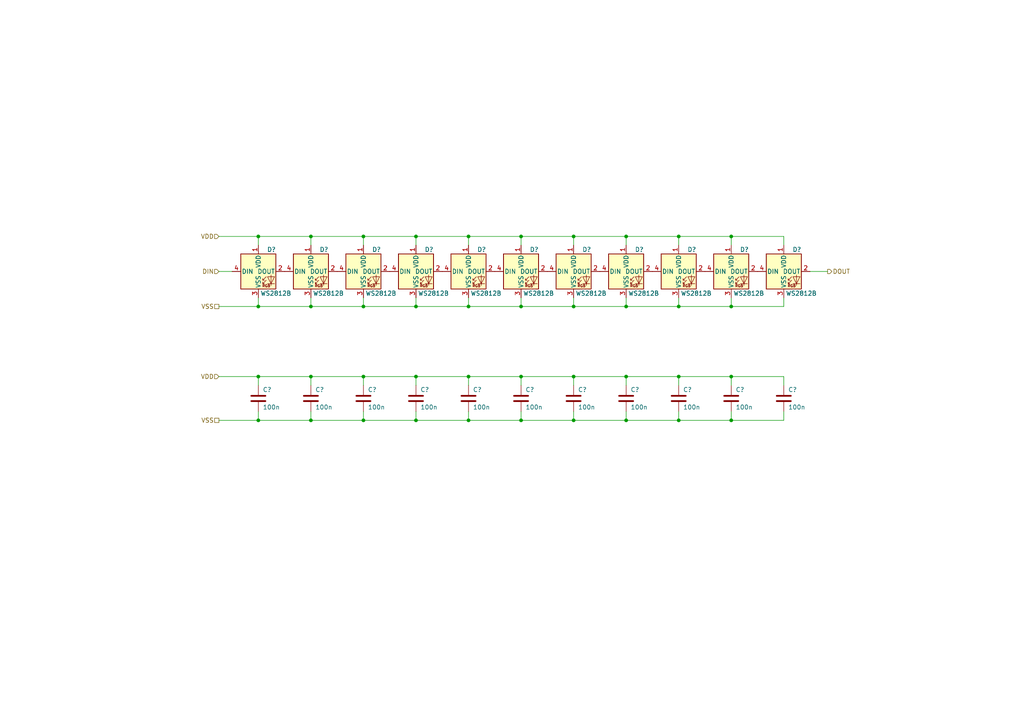
<source format=kicad_sch>
(kicad_sch (version 20230121) (generator eeschema)
  (paper "A4")
  (lib_symbols
    (symbol "Device:C" (pin_numbers hide) (pin_names (offset 0.254))
      (property "Reference" "C" (at 0.635 2.54 0))
      (property "Value" "C" (at 0.635 -2.54 0))
      (symbol "C_0_1"
        (polyline (pts (xy -2.032 -0.762) (xy 2.032 -0.762)) (stroke (width 0.508)))
        (polyline (pts (xy -2.032 0.762) (xy 2.032 0.762)) (stroke (width 0.508)))
      )
      (symbol "C_1_1"
        (pin passive line (at 0 3.81 270) (length 2.794) (name "~") (number "1"))
        (pin passive line (at 0 -3.81 90) (length 2.794) (name "~") (number "2"))
      )
    )
    (symbol "LED:WS2812B" (pin_names (offset 0.254))
      (property "Reference" "D" (at 5.08 5.715 0))
      (property "Value" "WS2812B" (at 1.27 -5.715 0))
      (symbol "WS2812B_0_0"
        (text "RGB" (at 2.286 -4.191 0) (effects (font (size 0.762 0.762))))
      )
      (symbol "WS2812B_0_1"
        (polyline (pts (xy 1.27 -3.556) (xy 1.778 -3.556)))
        (polyline (pts (xy 1.27 -2.54) (xy 1.778 -2.54)))
        (polyline (pts (xy 4.699 -3.556) (xy 2.667 -3.556)))
        (polyline (pts (xy 2.286 -2.54) (xy 1.27 -3.556) (xy 1.27 -3.048)))
        (polyline (pts (xy 2.286 -1.524) (xy 1.27 -2.54) (xy 1.27 -2.032)))
        (polyline (pts (xy 3.683 -1.016) (xy 3.683 -3.556) (xy 3.683 -4.064)))
        (polyline (pts (xy 4.699 -1.524) (xy 2.667 -1.524) (xy 3.683 -3.556) (xy 4.699 -1.524)))
        (rectangle (start 5.08 5.08) (end -5.08 -5.08) (stroke (width 0.254)) (fill (type background)))
      )
      (symbol "WS2812B_1_1"
        (pin power_in line (at 0 7.62 270) (length 2.54) (name "VDD") (number "1"))
        (pin output line (at 7.62 0 180) (length 2.54) (name "DOUT") (number "2"))
        (pin power_in line (at 0 -7.62 90) (length 2.54) (name "VSS") (number "3"))
        (pin input line (at -7.62 0 0) (length 2.54) (name "DIN") (number "4"))
      )
    )
  )
  (junction (at 212.09 88.9))
  (junction (at 196.85 109.22))
  (junction (at 166.37 121.92))
  (junction (at 105.41 88.9))
  (junction (at 212.09 109.22))
  (junction (at 90.17 121.92))
  (junction (at 74.93 121.92))
  (junction (at 196.85 68.58))
  (junction (at 120.65 68.58))
  (junction (at 74.93 109.22))
  (junction (at 105.41 121.92))
  (junction (at 166.37 109.22))
  (junction (at 212.09 68.58))
  (junction (at 90.17 109.22))
  (junction (at 181.61 68.58))
  (junction (at 181.61 109.22))
  (junction (at 120.65 109.22))
  (junction (at 166.37 88.9))
  (junction (at 151.13 109.22))
  (junction (at 105.41 68.58))
  (junction (at 212.09 121.92))
  (junction (at 74.93 88.9))
  (junction (at 196.85 88.9))
  (junction (at 105.41 109.22))
  (junction (at 181.61 121.92))
  (junction (at 90.17 88.9))
  (junction (at 166.37 68.58))
  (junction (at 181.61 88.9))
  (junction (at 74.93 68.58))
  (junction (at 120.65 88.9))
  (junction (at 151.13 68.58))
  (junction (at 135.89 68.58))
  (junction (at 90.17 68.58))
  (junction (at 135.89 88.9))
  (junction (at 135.89 109.22))
  (junction (at 135.89 121.92))
  (junction (at 151.13 121.92))
  (junction (at 120.65 121.92))
  (junction (at 196.85 121.92))
  (junction (at 151.13 88.9))
  (wire (pts (xy 227.33 68.58) (xy 227.33 71.12)))
  (wire (pts (xy 120.65 111.76) (xy 120.65 109.22)))
  (wire (pts (xy 227.33 111.76) (xy 227.33 109.22)))
  (wire (pts (xy 120.65 119.38) (xy 120.65 121.92)))
  (wire (pts (xy 74.93 68.58) (xy 90.17 68.58)))
  (wire (pts (xy 63.5 78.74) (xy 67.31 78.74)))
  (wire (pts (xy 166.37 68.58) (xy 166.37 71.12)))
  (wire (pts (xy 120.65 109.22) (xy 135.89 109.22)))
  (wire (pts (xy 151.13 119.38) (xy 151.13 121.92)))
  (wire (pts (xy 196.85 68.58) (xy 196.85 71.12)))
  (wire (pts (xy 196.85 121.92) (xy 212.09 121.92)))
  (wire (pts (xy 212.09 88.9) (xy 227.33 88.9)))
  (wire (pts (xy 105.41 109.22) (xy 120.65 109.22)))
  (wire (pts (xy 120.65 88.9) (xy 135.89 88.9)))
  (wire (pts (xy 105.41 68.58) (xy 105.41 71.12)))
  (wire (pts (xy 212.09 109.22) (xy 227.33 109.22)))
  (wire (pts (xy 166.37 121.92) (xy 181.61 121.92)))
  (wire (pts (xy 181.61 68.58) (xy 181.61 71.12)))
  (wire (pts (xy 63.5 109.22) (xy 74.93 109.22)))
  (wire (pts (xy 120.65 68.58) (xy 120.65 71.12)))
  (wire (pts (xy 196.85 109.22) (xy 212.09 109.22)))
  (wire (pts (xy 90.17 109.22) (xy 105.41 109.22)))
  (wire (pts (xy 74.93 88.9) (xy 90.17 88.9)))
  (wire (pts (xy 63.5 88.9) (xy 74.93 88.9)))
  (wire (pts (xy 120.65 86.36) (xy 120.65 88.9)))
  (wire (pts (xy 212.09 119.38) (xy 212.09 121.92)))
  (wire (pts (xy 135.89 111.76) (xy 135.89 109.22)))
  (wire (pts (xy 181.61 109.22) (xy 196.85 109.22)))
  (wire (pts (xy 151.13 86.36) (xy 151.13 88.9)))
  (wire (pts (xy 74.93 68.58) (xy 74.93 71.12)))
  (wire (pts (xy 90.17 68.58) (xy 90.17 71.12)))
  (wire (pts (xy 212.09 86.36) (xy 212.09 88.9)))
  (wire (pts (xy 166.37 111.76) (xy 166.37 109.22)))
  (wire (pts (xy 212.09 68.58) (xy 212.09 71.12)))
  (wire (pts (xy 196.85 88.9) (xy 212.09 88.9)))
  (wire (pts (xy 234.95 78.74) (xy 240.03 78.74)))
  (wire (pts (xy 135.89 68.58) (xy 151.13 68.58)))
  (wire (pts (xy 135.89 86.36) (xy 135.89 88.9)))
  (wire (pts (xy 181.61 121.92) (xy 196.85 121.92)))
  (wire (pts (xy 105.41 88.9) (xy 120.65 88.9)))
  (wire (pts (xy 74.93 109.22) (xy 74.93 111.76)))
  (wire (pts (xy 181.61 88.9) (xy 196.85 88.9)))
  (wire (pts (xy 151.13 68.58) (xy 151.13 71.12)))
  (wire (pts (xy 135.89 68.58) (xy 135.89 71.12)))
  (wire (pts (xy 181.61 119.38) (xy 181.61 121.92)))
  (wire (pts (xy 74.93 121.92) (xy 90.17 121.92)))
  (wire (pts (xy 151.13 109.22) (xy 166.37 109.22)))
  (wire (pts (xy 105.41 119.38) (xy 105.41 121.92)))
  (wire (pts (xy 63.5 121.92) (xy 74.93 121.92)))
  (wire (pts (xy 90.17 121.92) (xy 105.41 121.92)))
  (wire (pts (xy 90.17 68.58) (xy 105.41 68.58)))
  (wire (pts (xy 90.17 119.38) (xy 90.17 121.92)))
  (wire (pts (xy 90.17 86.36) (xy 90.17 88.9)))
  (wire (pts (xy 166.37 119.38) (xy 166.37 121.92)))
  (wire (pts (xy 227.33 86.36) (xy 227.33 88.9)))
  (wire (pts (xy 105.41 68.58) (xy 120.65 68.58)))
  (wire (pts (xy 166.37 68.58) (xy 181.61 68.58)))
  (wire (pts (xy 181.61 68.58) (xy 196.85 68.58)))
  (wire (pts (xy 196.85 68.58) (xy 212.09 68.58)))
  (wire (pts (xy 135.89 119.38) (xy 135.89 121.92)))
  (wire (pts (xy 212.09 68.58) (xy 227.33 68.58)))
  (wire (pts (xy 196.85 119.38) (xy 196.85 121.92)))
  (wire (pts (xy 151.13 111.76) (xy 151.13 109.22)))
  (wire (pts (xy 135.89 109.22) (xy 151.13 109.22)))
  (wire (pts (xy 166.37 86.36) (xy 166.37 88.9)))
  (wire (pts (xy 181.61 111.76) (xy 181.61 109.22)))
  (wire (pts (xy 120.65 121.92) (xy 135.89 121.92)))
  (wire (pts (xy 135.89 121.92) (xy 151.13 121.92)))
  (wire (pts (xy 212.09 121.92) (xy 227.33 121.92)))
  (wire (pts (xy 74.93 119.38) (xy 74.93 121.92)))
  (wire (pts (xy 151.13 68.58) (xy 166.37 68.58)))
  (wire (pts (xy 90.17 111.76) (xy 90.17 109.22)))
  (wire (pts (xy 166.37 88.9) (xy 181.61 88.9)))
  (wire (pts (xy 151.13 121.92) (xy 166.37 121.92)))
  (wire (pts (xy 166.37 109.22) (xy 181.61 109.22)))
  (wire (pts (xy 181.61 86.36) (xy 181.61 88.9)))
  (wire (pts (xy 135.89 88.9) (xy 151.13 88.9)))
  (wire (pts (xy 74.93 86.36) (xy 74.93 88.9)))
  (wire (pts (xy 105.41 121.92) (xy 120.65 121.92)))
  (wire (pts (xy 151.13 88.9) (xy 166.37 88.9)))
  (wire (pts (xy 227.33 119.38) (xy 227.33 121.92)))
  (wire (pts (xy 90.17 88.9) (xy 105.41 88.9)))
  (wire (pts (xy 105.41 111.76) (xy 105.41 109.22)))
  (wire (pts (xy 212.09 111.76) (xy 212.09 109.22)))
  (wire (pts (xy 196.85 86.36) (xy 196.85 88.9)))
  (wire (pts (xy 63.5 68.58) (xy 74.93 68.58)))
  (wire (pts (xy 120.65 68.58) (xy 135.89 68.58)))
  (wire (pts (xy 74.93 109.22) (xy 90.17 109.22)))
  (wire (pts (xy 105.41 86.36) (xy 105.41 88.9)))
  (wire (pts (xy 196.85 111.76) (xy 196.85 109.22)))
  (hierarchical_label "DOUT" (shape output) (at 240.03 78.74 0))
  (hierarchical_label "DIN" (shape input) (at 63.5 78.74 180))
  (hierarchical_label "VDD" (shape input) (at 63.5 109.22 180))
  (hierarchical_label "VDD" (shape input) (at 63.5 68.58 180))
  (hierarchical_label "VSS" (shape passive) (at 63.5 121.92 180))
  (hierarchical_label "VSS" (shape passive) (at 63.5 88.9 180))
  (symbol (lib_id "Device:C") (at 151.13 115.57 0) (unit 1)
    (property "Reference" "C?" (at 152.4 113.03 0) (effects (justify left)))
    (property "Value" "100n" (at 152.4 118.11 0) (effects (justify left)))
    (property "Footprint" "Capacitor_SMD:C_0603_1608Metric" (effects hide))
    (instances (project "beginner_led_pcb" (path "" (reference "C?") (unit 1)) (path "" (reference "C6") (unit 1))))
  )
  (symbol (lib_id "LED:WS2812B") (at 196.85 78.74 0) (unit 1)
    (property "Reference" "D?" (at 200.66 72.39 0))
    (property "Value" "WS2812B" (at 201.93 85.09 0))
    (property "Footprint" "LED_SMD:LED_WS2812B-2020_PLCC4_2.0x2.0mm" (effects hide))
    (property "Datasheet" "https://cdn-shop.adafruit.com/datasheets/WS2812B.pdf" (effects hide))
    (instances (project "beginner_led_pcb" (path "" (reference "D?") (unit 1)) (path "" (reference "D9") (unit 1))))
  )
  (symbol (lib_id "Device:C") (at 135.89 115.57 0) (unit 1)
    (property "Reference" "C?" (at 137.16 113.03 0) (effects (justify left)))
    (property "Value" "100n" (at 137.16 118.11 0) (effects (justify left)))
    (property "Footprint" "Capacitor_SMD:C_0603_1608Metric" (effects hide))
    (instances (project "beginner_led_pcb" (path "" (reference "C?") (unit 1)) (path "" (reference "C5") (unit 1))))
  )
  (symbol (lib_id "Device:C") (at 90.17 115.57 0) (unit 1)
    (property "Reference" "C?" (at 91.44 113.03 0) (effects (justify left)))
    (property "Value" "100n" (at 91.44 118.11 0) (effects (justify left)))
    (property "Footprint" "Capacitor_SMD:C_0603_1608Metric" (effects hide))
    (instances (project "beginner_led_pcb" (path "" (reference "C?") (unit 1)) (path "" (reference "C2") (unit 1))))
  )
  (symbol (lib_id "LED:WS2812B") (at 120.65 78.74 0) (unit 1)
    (property "Reference" "D?" (at 124.46 72.39 0))
    (property "Value" "WS2812B" (at 125.73 85.09 0))
    (property "Footprint" "LED_SMD:LED_WS2812B-2020_PLCC4_2.0x2.0mm" (effects hide))
    (property "Datasheet" "https://cdn-shop.adafruit.com/datasheets/WS2812B.pdf" (effects hide))
    (instances (project "beginner_led_pcb" (path "" (reference "D?") (unit 1)) (path "" (reference "D4") (unit 1))))
  )
  (symbol (lib_id "LED:WS2812B") (at 151.13 78.74 0) (unit 1)
    (property "Reference" "D?" (at 154.94 72.39 0))
    (property "Value" "WS2812B" (at 156.21 85.09 0))
    (property "Footprint" "LED_SMD:LED_WS2812B-2020_PLCC4_2.0x2.0mm" (effects hide))
    (property "Datasheet" "https://cdn-shop.adafruit.com/datasheets/WS2812B.pdf" (effects hide))
    (instances (project "beginner_led_pcb" (path "" (reference "D?") (unit 1)) (path "" (reference "D6") (unit 1))))
  )
  (symbol (lib_id "LED:WS2812B") (at 166.37 78.74 0) (unit 1)
    (property "Reference" "D?" (at 170.18 72.39 0))
    (property "Value" "WS2812B" (at 171.45 85.09 0))
    (property "Footprint" "LED_SMD:LED_WS2812B-2020_PLCC4_2.0x2.0mm" (effects hide))
    (property "Datasheet" "https://cdn-shop.adafruit.com/datasheets/WS2812B.pdf" (effects hide))
    (instances (project "beginner_led_pcb" (path "" (reference "D?") (unit 1)) (path "" (reference "D7") (unit 1))))
  )
  (symbol (lib_id "Device:C") (at 105.41 115.57 0) (unit 1)
    (property "Reference" "C?" (at 106.68 113.03 0) (effects (justify left)))
    (property "Value" "100n" (at 106.68 118.11 0) (effects (justify left)))
    (property "Footprint" "Capacitor_SMD:C_0603_1608Metric" (effects hide))
    (instances (project "beginner_led_pcb" (path "" (reference "C?") (unit 1)) (path "" (reference "C3") (unit 1))))
  )
  (symbol (lib_id "Device:C") (at 74.93 115.57 0) (unit 1)
    (property "Reference" "C?" (at 76.2 113.03 0) (effects (justify left)))
    (property "Value" "100n" (at 76.2 118.11 0) (effects (justify left)))
    (property "Footprint" "Capacitor_SMD:C_0603_1608Metric" (effects hide))
    (instances (project "beginner_led_pcb" (path "" (reference "C?") (unit 1)) (path "" (reference "C1") (unit 1))))
  )
  (symbol (lib_id "LED:WS2812B") (at 212.09 78.74 0) (unit 1)
    (property "Reference" "D?" (at 215.9 72.39 0))
    (property "Value" "WS2812B" (at 217.17 85.09 0))
    (property "Footprint" "LED_SMD:LED_WS2812B-2020_PLCC4_2.0x2.0mm" (effects hide))
    (property "Datasheet" "https://cdn-shop.adafruit.com/datasheets/WS2812B.pdf" (effects hide))
    (instances (project "beginner_led_pcb" (path "" (reference "D?") (unit 1)) (path "" (reference "D10") (unit 1))))
  )
  (symbol (lib_id "Device:C") (at 212.09 115.57 0) (unit 1)
    (property "Reference" "C?" (at 213.36 113.03 0) (effects (justify left)))
    (property "Value" "100n" (at 213.36 118.11 0) (effects (justify left)))
    (property "Footprint" "Capacitor_SMD:C_0603_1608Metric" (effects hide))
    (instances (project "beginner_led_pcb" (path "" (reference "C?") (unit 1)) (path "" (reference "C10") (unit 1))))
  )
  (symbol (lib_id "LED:WS2812B") (at 90.17 78.74 0) (unit 1)
    (property "Reference" "D?" (at 93.98 72.39 0))
    (property "Value" "WS2812B" (at 95.25 85.09 0))
    (property "Footprint" "LED_SMD:LED_WS2812B-2020_PLCC4_2.0x2.0mm" (effects hide))
    (property "Datasheet" "https://cdn-shop.adafruit.com/datasheets/WS2812B.pdf" (effects hide))
    (instances (project "beginner_led_pcb" (path "" (reference "D?") (unit 1)) (path "" (reference "D2") (unit 1))))
  )
  (symbol (lib_id "LED:WS2812B") (at 74.93 78.74 0) (unit 1)
    (property "Reference" "D?" (at 78.74 72.39 0))
    (property "Value" "WS2812B" (at 80.01 85.09 0))
    (property "Footprint" "LED_SMD:LED_WS2812B-2020_PLCC4_2.0x2.0mm" (effects hide))
    (property "Datasheet" "https://cdn-shop.adafruit.com/datasheets/WS2812B.pdf" (effects hide))
    (instances (project "beginner_led_pcb" (path "" (reference "D?") (unit 1)) (path "" (reference "D1") (unit 1))))
  )
  (symbol (lib_id "Device:C") (at 181.61 115.57 0) (unit 1)
    (property "Reference" "C?" (at 182.88 113.03 0) (effects (justify left)))
    (property "Value" "100n" (at 182.88 118.11 0) (effects (justify left)))
    (property "Footprint" "Capacitor_SMD:C_0603_1608Metric" (effects hide))
    (instances (project "beginner_led_pcb" (path "" (reference "C?") (unit 1)) (path "" (reference "C8") (unit 1))))
  )
  (symbol (lib_id "LED:WS2812B") (at 135.89 78.74 0) (unit 1)
    (property "Reference" "D?" (at 139.7 72.39 0))
    (property "Value" "WS2812B" (at 140.97 85.09 0))
    (property "Footprint" "LED_SMD:LED_WS2812B-2020_PLCC4_2.0x2.0mm" (effects hide))
    (property "Datasheet" "https://cdn-shop.adafruit.com/datasheets/WS2812B.pdf" (effects hide))
    (instances (project "beginner_led_pcb" (path "" (reference "D?") (unit 1)) (path "" (reference "D5") (unit 1))))
  )
  (symbol (lib_id "Device:C") (at 196.85 115.57 0) (unit 1)
    (property "Reference" "C?" (at 198.12 113.03 0) (effects (justify left)))
    (property "Value" "100n" (at 198.12 118.11 0) (effects (justify left)))
    (property "Footprint" "Capacitor_SMD:C_0603_1608Metric" (effects hide))
    (instances (project "beginner_led_pcb" (path "" (reference "C?") (unit 1)) (path "" (reference "C9") (unit 1))))
  )
  (symbol (lib_id "LED:WS2812B") (at 181.61 78.74 0) (unit 1)
    (property "Reference" "D?" (at 185.42 72.39 0))
    (property "Value" "WS2812B" (at 186.69 85.09 0))
    (property "Footprint" "LED_SMD:LED_WS2812B-2020_PLCC4_2.0x2.0mm" (effects hide))
    (property "Datasheet" "https://cdn-shop.adafruit.com/datasheets/WS2812B.pdf" (effects hide))
    (instances (project "beginner_led_pcb" (path "" (reference "D?") (unit 1)) (path "" (reference "D8") (unit 1))))
  )
  (symbol (lib_id "Device:C") (at 166.37 115.57 0) (unit 1)
    (property "Reference" "C?" (at 167.64 113.03 0) (effects (justify left)))
    (property "Value" "100n" (at 167.64 118.11 0) (effects (justify left)))
    (property "Footprint" "Capacitor_SMD:C_0603_1608Metric" (effects hide))
    (instances (project "beginner_led_pcb" (path "" (reference "C?") (unit 1)) (path "" (reference "C7") (unit 1))))
  )
  (symbol (lib_id "Device:C") (at 120.65 115.57 0) (unit 1)
    (property "Reference" "C?" (at 121.92 113.03 0) (effects (justify left)))
    (property "Value" "100n" (at 121.92 118.11 0) (effects (justify left)))
    (property "Footprint" "Capacitor_SMD:C_0603_1608Metric" (effects hide))
    (instances (project "beginner_led_pcb" (path "" (reference "C?") (unit 1)) (path "" (reference "C4") (unit 1))))
  )
  (symbol (lib_id "LED:WS2812B") (at 227.33 78.74 0) (unit 1)
    (property "Reference" "D?" (at 231.14 72.39 0))
    (property "Value" "WS2812B" (at 232.41 85.09 0))
    (property "Footprint" "LED_SMD:LED_WS2812B-2020_PLCC4_2.0x2.0mm" (effects hide))
    (property "Datasheet" "https://cdn-shop.adafruit.com/datasheets/WS2812B.pdf" (effects hide))
    (instances (project "beginner_led_pcb" (path "" (reference "D?") (unit 1)) (path "" (reference "D11") (unit 1))))
  )
  (symbol (lib_id "Device:C") (at 227.33 115.57 0) (unit 1)
    (property "Reference" "C?" (at 228.6 113.03 0) (effects (justify left)))
    (property "Value" "100n" (at 228.6 118.11 0) (effects (justify left)))
    (property "Footprint" "Capacitor_SMD:C_0603_1608Metric" (effects hide))
    (instances (project "beginner_led_pcb" (path "" (reference "C?") (unit 1)) (path "" (reference "C11") (unit 1))))
  )
  (symbol (lib_id "LED:WS2812B") (at 105.41 78.74 0) (unit 1)
    (property "Reference" "D?" (at 109.22 72.39 0))
    (property "Value" "WS2812B" (at 110.49 85.09 0))
    (property "Footprint" "LED_SMD:LED_WS2812B-2020_PLCC4_2.0x2.0mm" (effects hide))
    (property "Datasheet" "https://cdn-shop.adafruit.com/datasheets/WS2812B.pdf" (effects hide))
    (instances (project "beginner_led_pcb" (path "" (reference "D?") (unit 1)) (path "" (reference "D3") (unit 1))))
  )
)
</source>
